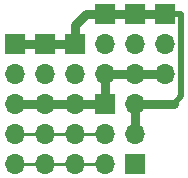
<source format=gtl>
G04 #@! TF.GenerationSoftware,KiCad,Pcbnew,(5.1.2)-1*
G04 #@! TF.CreationDate,2023-09-28T15:07:13+01:00*
G04 #@! TF.ProjectId,RPi_I2C_PWR_PCB00,5250695f-4932-4435-9f50-57525f504342,rev?*
G04 #@! TF.SameCoordinates,Original*
G04 #@! TF.FileFunction,Copper,L1,Top*
G04 #@! TF.FilePolarity,Positive*
%FSLAX46Y46*%
G04 Gerber Fmt 4.6, Leading zero omitted, Abs format (unit mm)*
G04 Created by KiCad (PCBNEW (5.1.2)-1) date 2023-09-28 15:07:13*
%MOMM*%
%LPD*%
G04 APERTURE LIST*
%ADD10O,1.700000X1.700000*%
%ADD11R,1.700000X1.700000*%
%ADD12C,0.750000*%
%ADD13C,0.500000*%
%ADD14C,0.250000*%
G04 APERTURE END LIST*
D10*
X124587000Y-85979000D03*
X124587000Y-83439000D03*
X124587000Y-80899000D03*
X124587000Y-78359000D03*
D11*
X124587000Y-75819000D03*
X127127000Y-75819000D03*
D10*
X127127000Y-78359000D03*
X127127000Y-80899000D03*
X127127000Y-83439000D03*
X127127000Y-85979000D03*
X122047000Y-85979000D03*
X122047000Y-83439000D03*
X122047000Y-80899000D03*
X122047000Y-78359000D03*
D11*
X122047000Y-75819000D03*
X129667000Y-73279000D03*
D10*
X129667000Y-75819000D03*
X129667000Y-78359000D03*
X134747000Y-78359000D03*
X134747000Y-75819000D03*
D11*
X134747000Y-73279000D03*
X129667000Y-80899000D03*
D10*
X129667000Y-83439000D03*
X129667000Y-85979000D03*
X132207000Y-80899000D03*
X132207000Y-83439000D03*
D11*
X132207000Y-85979000D03*
X132207000Y-73279000D03*
D10*
X132207000Y-75819000D03*
X132207000Y-78359000D03*
D12*
X127127000Y-80899000D02*
X124587000Y-80899000D01*
X124587000Y-80899000D02*
X122047000Y-80899000D01*
X129667000Y-78359000D02*
X132207000Y-78359000D01*
X132207000Y-78359000D02*
X134747000Y-78359000D01*
X127127000Y-80899000D02*
X129667000Y-80899000D01*
X129667000Y-78359000D02*
X129667000Y-80899000D01*
X127127000Y-75819000D02*
X124587000Y-75819000D01*
X124587000Y-75819000D02*
X122047000Y-75819000D01*
X129667000Y-73279000D02*
X132207000Y-73279000D01*
X132207000Y-73279000D02*
X134747000Y-73279000D01*
X132207000Y-80899000D02*
X132207000Y-83439000D01*
X127127000Y-74219000D02*
X128067000Y-73279000D01*
X127127000Y-75819000D02*
X127127000Y-74219000D01*
X128067000Y-73279000D02*
X129667000Y-73279000D01*
X135509000Y-80899000D02*
X132207000Y-80899000D01*
D13*
X136144000Y-80264000D02*
X135509000Y-80899000D01*
X136144000Y-73326000D02*
X136144000Y-80264000D01*
X134747000Y-73279000D02*
X136097000Y-73279000D01*
X136097000Y-73279000D02*
X136144000Y-73326000D01*
D14*
X122047000Y-85979000D02*
X124587000Y-85979000D01*
X124587000Y-85979000D02*
X127127000Y-85979000D01*
X129667000Y-85979000D02*
X127127000Y-85979000D01*
X127127000Y-83439000D02*
X124587000Y-83439000D01*
X124587000Y-83439000D02*
X122047000Y-83439000D01*
X127127000Y-83439000D02*
X129667000Y-83439000D01*
M02*

</source>
